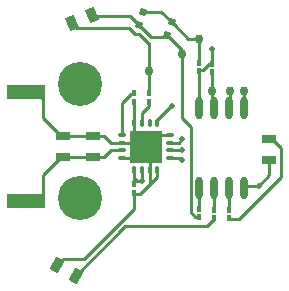
<source format=gtl>
G04*
G04 #@! TF.GenerationSoftware,Altium Limited,Altium Designer,19.1.6 (110)*
G04*
G04 Layer_Physical_Order=1*
G04 Layer_Color=255*
%FSLAX25Y25*%
%MOIN*%
G70*
G01*
G75*
G04:AMPARAMS|DCode=14|XSize=22.44mil|YSize=21.65mil|CornerRadius=0mil|HoleSize=0mil|Usage=FLASHONLY|Rotation=340.000|XOffset=0mil|YOffset=0mil|HoleType=Round|Shape=Rectangle|*
%AMROTATEDRECTD14*
4,1,4,-0.01425,-0.00634,-0.00684,0.01401,0.01425,0.00634,0.00684,-0.01401,-0.01425,-0.00634,0.0*
%
%ADD14ROTATEDRECTD14*%

G04:AMPARAMS|DCode=15|XSize=31.5mil|YSize=47.24mil|CornerRadius=0mil|HoleSize=0mil|Usage=FLASHONLY|Rotation=150.000|XOffset=0mil|YOffset=0mil|HoleType=Round|Shape=Rectangle|*
%AMROTATEDRECTD15*
4,1,4,0.02545,0.01258,0.00183,-0.02833,-0.02545,-0.01258,-0.00183,0.02833,0.02545,0.01258,0.0*
%
%ADD15ROTATEDRECTD15*%

G04:AMPARAMS|DCode=16|XSize=31.5mil|YSize=47.24mil|CornerRadius=0mil|HoleSize=0mil|Usage=FLASHONLY|Rotation=23.000|XOffset=0mil|YOffset=0mil|HoleType=Round|Shape=Rectangle|*
%AMROTATEDRECTD16*
4,1,4,-0.00527,-0.02790,-0.02373,0.01559,0.00527,0.02790,0.02373,-0.01559,-0.00527,-0.02790,0.0*
%
%ADD16ROTATEDRECTD16*%

%ADD17R,0.04724X0.03150*%
%ADD18R,0.01181X0.01968*%
%ADD19R,0.10532X0.10532*%
%ADD20O,0.01181X0.02953*%
%ADD21O,0.02953X0.01181*%
%ADD22R,0.12600X0.05118*%
%ADD23O,0.02362X0.07480*%
%ADD38C,0.01000*%
%ADD39C,0.14700*%
%ADD40C,0.03000*%
%ADD41C,0.02000*%
%ADD42C,0.01968*%
D14*
X53564Y100363D02*
D03*
X62998Y96929D02*
D03*
X52002Y96071D02*
D03*
X61436Y92637D02*
D03*
D15*
X24863Y16043D02*
D03*
X31000Y12500D02*
D03*
D16*
X36261Y99384D02*
D03*
X29739Y96616D02*
D03*
D17*
X95500Y50914D02*
D03*
Y58000D02*
D03*
X36838Y51920D02*
D03*
Y59006D02*
D03*
X26838Y51920D02*
D03*
Y59006D02*
D03*
D18*
X77000Y31744D02*
D03*
Y34500D02*
D03*
X82000Y31622D02*
D03*
Y34378D02*
D03*
X72000Y31866D02*
D03*
Y34622D02*
D03*
X55500Y73256D02*
D03*
Y70500D02*
D03*
X50500D02*
D03*
Y73256D02*
D03*
X76409Y82956D02*
D03*
Y80200D02*
D03*
X50500Y40122D02*
D03*
Y42878D02*
D03*
X72000Y83500D02*
D03*
Y80744D02*
D03*
D19*
X54338Y55506D02*
D03*
D20*
X50499Y63478D02*
D03*
X53058D02*
D03*
X55617D02*
D03*
X58176D02*
D03*
Y47534D02*
D03*
X55617D02*
D03*
X53058D02*
D03*
X50499D02*
D03*
D21*
X62310Y59345D02*
D03*
Y56786D02*
D03*
Y54226D02*
D03*
Y51667D02*
D03*
X46365D02*
D03*
Y54226D02*
D03*
Y56786D02*
D03*
Y59345D02*
D03*
D22*
X14338Y37199D02*
D03*
Y73813D02*
D03*
D23*
X87000Y68189D02*
D03*
X82000D02*
D03*
X77000D02*
D03*
X72000D02*
D03*
X87000Y41811D02*
D03*
X82000D02*
D03*
X77000D02*
D03*
X72000D02*
D03*
D38*
X62155Y51584D02*
X65916D01*
X74650Y29000D02*
X77000Y31350D01*
X47500Y29000D02*
X74650D01*
X31000Y12500D02*
X47500Y29000D01*
X61436Y92637D02*
X66500Y87573D01*
Y84000D02*
Y86500D01*
Y87573D01*
Y65000D02*
Y84000D01*
Y65000D02*
X69319Y62181D01*
X29739Y96616D02*
X31354Y95000D01*
X48893D02*
X50724Y93170D01*
X31354Y95000D02*
X48893D01*
X68484Y91516D02*
X72000D01*
X64000Y96000D02*
X68484Y91516D01*
X63950Y96000D02*
X64000D01*
X63021Y96929D02*
X63950Y96000D01*
X82000Y31500D02*
X85500D01*
X96287Y58000D02*
X99362Y54925D01*
Y45362D02*
Y54925D01*
X85500Y31500D02*
X99362Y45362D01*
X87000Y42500D02*
X92000D01*
X95500Y46000D02*
Y50914D01*
X92000Y42500D02*
X95500Y46000D01*
X33836Y18164D02*
X50500Y34828D01*
X26984Y18164D02*
X33836D01*
X52075Y93170D02*
X55208Y90037D01*
X50724Y93170D02*
X52075D01*
X55500Y80541D02*
Y90037D01*
X55208D02*
X55500D01*
X53000Y47476D02*
X53058Y47534D01*
X53000Y44000D02*
Y47476D01*
X51500Y44000D02*
X53000D01*
X50500Y45000D02*
X51500Y44000D01*
X71642Y32138D02*
X72000Y31780D01*
X36261Y98967D02*
X49106D01*
X60812Y92037D02*
X61413Y92637D01*
X56037Y92037D02*
X60812D01*
X52002Y96071D02*
X56037Y92037D01*
X50500Y34828D02*
Y39728D01*
X24863Y16043D02*
X26984Y18164D01*
X25653Y16833D02*
X25833D01*
X62155Y51584D02*
X62239Y51667D01*
X65320Y56820D02*
X66500Y58000D01*
X62345Y56820D02*
X65320D01*
X76500Y80472D02*
Y80622D01*
X76500Y83500D02*
Y88000D01*
X75288Y82956D02*
X76409D01*
X73347Y81016D02*
X75288Y82956D01*
X72091Y81016D02*
X73347D01*
X72000Y80925D02*
X72091Y81016D01*
X72000Y80744D02*
Y80925D01*
X82000Y34878D02*
Y41811D01*
X55500Y73256D02*
Y80083D01*
X62310Y54226D02*
X66726D01*
X49106Y98967D02*
X52002Y96071D01*
X36261Y99384D02*
X37397D01*
X61413Y92637D02*
X61436D01*
X62998Y96929D02*
X63021D01*
X62974D02*
X62998D01*
X59554Y100349D02*
X62974Y96929D01*
X53578Y100349D02*
X59554D01*
X53564Y100363D02*
X53578Y100349D01*
X36261Y98967D02*
Y99384D01*
X50500Y39728D02*
X50590Y39638D01*
X50499Y39729D02*
X50500Y39728D01*
Y40122D01*
X24863Y16043D02*
X25653Y16833D01*
X50499Y45000D02*
X50500D01*
Y45001D01*
Y42878D02*
Y45000D01*
X50590Y39638D02*
X52298D01*
X58176Y45516D01*
X65916Y51584D02*
X66500Y51000D01*
X69319Y33607D02*
Y62181D01*
Y33607D02*
X70788Y32138D01*
X71642D01*
X50499Y39729D02*
Y40122D01*
X77000Y31350D02*
Y31744D01*
X50499Y45000D02*
X50500Y45001D01*
X58176Y45516D02*
Y47534D01*
X50499Y51667D02*
X52172Y53341D01*
X46365Y51667D02*
X50499D01*
Y45000D02*
Y47534D01*
X62763Y69000D02*
X63000D01*
X46365Y56786D02*
X52172D01*
X55617Y52455D02*
X56503Y53341D01*
X76500Y79000D02*
Y80472D01*
X76500Y68689D02*
X77500Y69689D01*
X76500Y74000D02*
Y79000D01*
Y70689D02*
Y74000D01*
Y70689D02*
X77500Y69689D01*
X72000Y83500D02*
Y91516D01*
X77000Y31744D02*
Y32000D01*
X76500Y79000D02*
X76500Y79000D01*
X49379Y73075D02*
X50500D01*
X46365Y70061D02*
X49379Y73075D01*
X53058Y63478D02*
Y66558D01*
X55500Y69000D01*
Y70500D01*
X76500Y68689D02*
X77000Y68189D01*
X82500Y69689D02*
Y74000D01*
X87000Y68189D02*
Y74000D01*
X66726Y54226D02*
X66750Y54250D01*
X62310Y56786D02*
X62345Y56820D01*
X14338Y73313D02*
X18079D01*
X87000Y68189D02*
X87250Y68439D01*
X58176Y63478D02*
Y64413D01*
X62763Y69000D01*
X20138Y64919D02*
X26051Y59006D01*
X20138Y64919D02*
Y71254D01*
Y38758D02*
Y46007D01*
X18079Y36699D02*
X20138Y38758D01*
Y46007D02*
X26051Y51920D01*
X14338Y36699D02*
X18079D01*
X42727Y54226D02*
X46454D01*
X40420Y51920D02*
X42727Y54226D01*
X36838Y51920D02*
X40420D01*
X55617Y47534D02*
Y52455D01*
Y43000D02*
Y47534D01*
X62239Y51667D02*
X62310D01*
X50499Y59345D02*
Y63478D01*
X58176Y59345D02*
X62310D01*
X56503Y57671D02*
X58176Y59345D01*
X50499D02*
X52172Y57671D01*
X72000Y68189D02*
Y80744D01*
X40417Y59006D02*
X42638Y56786D01*
X36838Y59006D02*
X40417D01*
X26838Y51920D02*
X36838D01*
X26051D02*
X26838D01*
X95500Y58000D02*
X96287D01*
X72000Y34622D02*
Y41811D01*
X77000Y34500D02*
Y41811D01*
X50500Y73075D02*
Y73256D01*
X46365Y59345D02*
Y70061D01*
X50499Y63478D02*
X50500Y63479D01*
Y70500D01*
X50500Y70500D01*
X42638Y56786D02*
X46365D01*
X26838Y59006D02*
X36838D01*
X26051D02*
X26838D01*
X18079Y73313D02*
X20138Y71254D01*
D39*
X32500Y38500D02*
D03*
Y76500D02*
D03*
D40*
X66500Y86500D02*
D03*
X55500Y80541D02*
D03*
X76500Y74000D02*
D03*
X72000Y91516D02*
D03*
X82500Y74000D02*
D03*
X87000D02*
D03*
D41*
X92000Y42500D02*
D03*
X53000Y44000D02*
D03*
X66500Y51000D02*
D03*
Y54250D02*
D03*
X76500Y88000D02*
D03*
X63000Y69000D02*
D03*
X66500Y58000D02*
D03*
D42*
X56503Y53341D02*
D03*
X52172D02*
D03*
X56503Y57671D02*
D03*
X52172D02*
D03*
M02*

</source>
